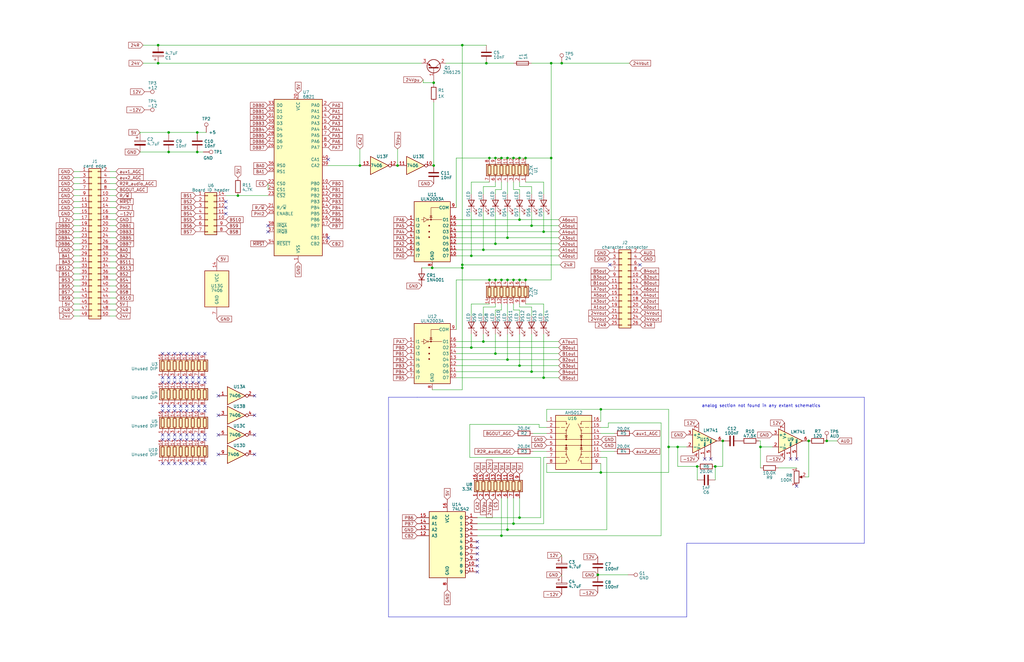
<source format=kicad_sch>
(kicad_sch (version 20230121) (generator eeschema)
  (paper "B")
  (junction (at 229.235 159.385))
  (junction (at 219.075 92.71))
  (junction (at 219.075 218.44))
  (junction (at 151.765 69.85))
  (junction (at 206.375 118.11))
  (junction (at 304.8 186.055))
  (junction (at 301.625 196.85))
  (junction (at 224.155 156.845))
  (junction (at 203.835 105.41))
  (junction (at 213.995 118.11))
  (junction (at 252.095 242.57))
  (junction (at 182.245 113.03))
  (junction (at 294.005 196.85))
  (junction (at 206.375 66.675))
  (junction (at 198.755 146.685))
  (junction (at 211.455 66.675))
  (junction (at 216.535 220.98))
  (junction (at 232.41 66.675))
  (junction (at 216.535 66.675))
  (junction (at 213.995 223.52))
  (junction (at 182.88 34.925))
  (junction (at 83.185 64.135))
  (junction (at 213.995 151.765))
  (junction (at 253.365 172.72))
  (junction (at 167.64 69.85))
  (junction (at 253.365 199.39))
  (junction (at 205.105 26.67))
  (junction (at 320.675 188.595))
  (junction (at 208.915 149.225))
  (junction (at 208.915 66.675))
  (junction (at 71.12 55.88))
  (junction (at 224.155 95.25))
  (junction (at 203.835 144.145))
  (junction (at 232.41 26.67))
  (junction (at 208.915 118.11))
  (junction (at 66.675 26.67))
  (junction (at 219.075 66.675))
  (junction (at 219.075 118.11))
  (junction (at 66.675 19.05))
  (junction (at 182.88 69.85))
  (junction (at 194.945 111.76))
  (junction (at 213.995 66.675))
  (junction (at 285.75 188.595))
  (junction (at 229.235 97.79))
  (junction (at 194.945 19.05))
  (junction (at 194.945 113.03))
  (junction (at 213.995 100.33))
  (junction (at 221.615 66.675))
  (junction (at 100.33 82.55))
  (junction (at 221.615 118.11))
  (junction (at 236.855 26.67))
  (junction (at 211.455 226.06))
  (junction (at 83.185 55.88))
  (junction (at 211.455 118.11))
  (junction (at 216.535 118.11))
  (junction (at 208.915 102.87))
  (junction (at 219.075 154.305))
  (junction (at 348.615 186.055))
  (junction (at 71.12 64.135))
  (junction (at 198.755 107.95))
  (junction (at 340.995 186.055))
  (junction (at 281.94 188.595))
  (no_connect (at 81.28 149.225))
  (no_connect (at 92.075 191.77))
  (no_connect (at 78.74 195.58))
  (no_connect (at 73.66 161.29))
  (no_connect (at 107.315 183.515))
  (no_connect (at 95.25 85.09))
  (no_connect (at 83.82 183.515))
  (no_connect (at 83.82 185.42))
  (no_connect (at 78.74 171.45))
  (no_connect (at 68.58 161.29))
  (no_connect (at 201.295 241.3))
  (no_connect (at 78.74 159.385))
  (no_connect (at 76.2 161.29))
  (no_connect (at 81.28 183.515))
  (no_connect (at 83.82 171.45))
  (no_connect (at 257.175 111.76))
  (no_connect (at 138.43 100.33))
  (no_connect (at 138.43 67.31))
  (no_connect (at 107.315 191.77))
  (no_connect (at 83.82 161.29))
  (no_connect (at 201.295 238.76))
  (no_connect (at 68.58 149.225))
  (no_connect (at 81.28 173.355))
  (no_connect (at 86.36 173.355))
  (no_connect (at 201.295 236.22))
  (no_connect (at 73.66 173.355))
  (no_connect (at 71.12 183.515))
  (no_connect (at 86.36 159.385))
  (no_connect (at 71.12 185.42))
  (no_connect (at 68.58 173.355))
  (no_connect (at 92.075 183.515))
  (no_connect (at 78.74 185.42))
  (no_connect (at 68.58 171.45))
  (no_connect (at 78.74 173.355))
  (no_connect (at 76.2 149.225))
  (no_connect (at 68.58 195.58))
  (no_connect (at 81.28 171.45))
  (no_connect (at 201.295 233.68))
  (no_connect (at 76.2 195.58))
  (no_connect (at 76.2 171.45))
  (no_connect (at 71.12 159.385))
  (no_connect (at 76.2 159.385))
  (no_connect (at 73.66 171.45))
  (no_connect (at 95.25 87.63))
  (no_connect (at 73.66 185.42))
  (no_connect (at 113.03 95.25))
  (no_connect (at 68.58 159.385))
  (no_connect (at 71.12 149.225))
  (no_connect (at 78.74 161.29))
  (no_connect (at 269.875 111.76))
  (no_connect (at 86.36 171.45))
  (no_connect (at 73.66 183.515))
  (no_connect (at 83.82 173.355))
  (no_connect (at 335.915 193.675))
  (no_connect (at 107.315 175.26))
  (no_connect (at 335.915 205.105))
  (no_connect (at 86.36 149.225))
  (no_connect (at 201.295 231.14))
  (no_connect (at 113.03 97.79))
  (no_connect (at 81.28 161.29))
  (no_connect (at 68.58 185.42))
  (no_connect (at 86.36 185.42))
  (no_connect (at 201.295 228.6))
  (no_connect (at 83.82 195.58))
  (no_connect (at 73.66 195.58))
  (no_connect (at 71.12 173.355))
  (no_connect (at 83.82 149.225))
  (no_connect (at 297.18 193.675))
  (no_connect (at 78.74 149.225))
  (no_connect (at 86.36 183.515))
  (no_connect (at 107.315 167.005))
  (no_connect (at 81.28 185.42))
  (no_connect (at 95.25 90.17))
  (no_connect (at 73.66 159.385))
  (no_connect (at 83.82 159.385))
  (no_connect (at 86.36 195.58))
  (no_connect (at 71.12 161.29))
  (no_connect (at 92.075 167.005))
  (no_connect (at 68.58 183.515))
  (no_connect (at 71.12 195.58))
  (no_connect (at 333.375 193.675))
  (no_connect (at 73.66 149.225))
  (no_connect (at 76.2 185.42))
  (no_connect (at 78.74 183.515))
  (no_connect (at 76.2 183.515))
  (no_connect (at 81.28 159.385))
  (no_connect (at 92.075 175.26))
  (no_connect (at 71.12 171.45))
  (no_connect (at 76.2 173.355))
  (no_connect (at 299.72 193.675))
  (no_connect (at 86.36 161.29))
  (no_connect (at 81.28 195.58))
  (wire (pts (xy 211.455 128.27) (xy 211.455 130.81)))
  (wire (pts (xy 198.755 146.685) (xy 198.755 140.97)))
  (wire (pts (xy 301.625 202.565) (xy 301.625 196.85)))
  (wire (pts (xy 48.895 113.03) (xy 46.355 113.03)))
  (wire (pts (xy 48.895 123.19) (xy 46.355 123.19)))
  (polyline (pts (xy 364.49 167.64) (xy 364.49 229.235)))
  (wire (pts (xy 48.895 102.87) (xy 46.355 102.87)))
  (wire (pts (xy 281.94 188.595) (xy 285.75 188.595)))
  (wire (pts (xy 48.895 107.95) (xy 46.355 107.95)))
  (wire (pts (xy 48.895 80.01) (xy 46.355 80.01)))
  (wire (pts (xy 227.33 179.07) (xy 227.33 180.34)))
  (wire (pts (xy 216.535 130.81) (xy 219.075 130.81)))
  (wire (pts (xy 198.755 107.95) (xy 198.755 89.535)))
  (wire (pts (xy 187.96 26.67) (xy 205.105 26.67)))
  (wire (pts (xy 256.54 180.34) (xy 253.365 180.34)))
  (wire (pts (xy 198.755 107.95) (xy 192.405 107.95)))
  (wire (pts (xy 229.235 193.04) (xy 230.505 193.04)))
  (wire (pts (xy 33.655 90.17) (xy 31.115 90.17)))
  (wire (pts (xy 192.405 92.71) (xy 219.075 92.71)))
  (wire (pts (xy 285.75 188.595) (xy 285.75 196.85)))
  (wire (pts (xy 33.655 72.39) (xy 31.115 72.39)))
  (wire (pts (xy 230.505 177.8) (xy 230.505 172.72)))
  (wire (pts (xy 281.94 188.595) (xy 281.94 199.39)))
  (wire (pts (xy 320.675 186.055) (xy 320.675 188.595)))
  (wire (pts (xy 235.585 144.145) (xy 203.835 144.145)))
  (wire (pts (xy 198.755 81.915) (xy 198.755 76.835)))
  (wire (pts (xy 208.915 80.01) (xy 211.455 80.01)))
  (wire (pts (xy 198.755 76.835) (xy 206.375 76.835)))
  (wire (pts (xy 236.855 26.67) (xy 265.43 26.67)))
  (wire (pts (xy 201.295 223.52) (xy 213.995 223.52)))
  (wire (pts (xy 229.235 159.385) (xy 229.235 140.97)))
  (wire (pts (xy 227.965 218.44) (xy 227.965 193.04)))
  (wire (pts (xy 100.33 82.55) (xy 113.03 82.55)))
  (wire (pts (xy 224.155 156.845) (xy 192.405 156.845)))
  (wire (pts (xy 198.755 133.35) (xy 198.755 128.27)))
  (wire (pts (xy 230.505 172.72) (xy 253.365 172.72)))
  (wire (pts (xy 208.915 149.225) (xy 192.405 149.225)))
  (wire (pts (xy 33.655 107.95) (xy 31.115 107.95)))
  (wire (pts (xy 230.505 199.39) (xy 253.365 199.39)))
  (wire (pts (xy 33.655 80.01) (xy 31.115 80.01)))
  (wire (pts (xy 235.585 146.685) (xy 198.755 146.685)))
  (wire (pts (xy 229.235 89.535) (xy 229.235 97.79)))
  (wire (pts (xy 33.655 95.25) (xy 31.115 95.25)))
  (wire (pts (xy 33.655 120.65) (xy 31.115 120.65)))
  (wire (pts (xy 203.835 78.74) (xy 203.835 81.915)))
  (wire (pts (xy 219.075 81.915) (xy 219.075 80.01)))
  (wire (pts (xy 211.455 210.185) (xy 211.455 226.06)))
  (wire (pts (xy 198.12 179.07) (xy 227.33 179.07)))
  (wire (pts (xy 304.8 196.85) (xy 301.625 196.85)))
  (wire (pts (xy 259.08 182.88) (xy 253.365 182.88)))
  (wire (pts (xy 224.155 95.25) (xy 192.405 95.25)))
  (wire (pts (xy 48.895 92.71) (xy 46.355 92.71)))
  (wire (pts (xy 320.675 188.595) (xy 320.675 197.485)))
  (wire (pts (xy 151.765 69.85) (xy 152.4 69.85)))
  (wire (pts (xy 216.535 128.27) (xy 216.535 130.81)))
  (wire (pts (xy 208.915 130.81) (xy 208.915 133.35)))
  (wire (pts (xy 33.655 110.49) (xy 31.115 110.49)))
  (wire (pts (xy 48.895 130.81) (xy 46.355 130.81)))
  (wire (pts (xy 235.585 151.765) (xy 213.995 151.765)))
  (wire (pts (xy 71.12 64.135) (xy 83.185 64.135)))
  (wire (pts (xy 221.615 66.675) (xy 232.41 66.675)))
  (wire (pts (xy 235.585 100.33) (xy 213.995 100.33)))
  (wire (pts (xy 48.895 118.11) (xy 46.355 118.11)))
  (polyline (pts (xy 289.56 260.35) (xy 163.83 260.35)))
  (wire (pts (xy 221.615 128.27) (xy 229.235 128.27)))
  (wire (pts (xy 208.915 129.54) (xy 203.835 129.54)))
  (wire (pts (xy 256.54 178.435) (xy 256.54 180.34)))
  (wire (pts (xy 83.185 55.88) (xy 83.185 56.515)))
  (wire (pts (xy 59.055 64.135) (xy 71.12 64.135)))
  (wire (pts (xy 208.915 66.675) (xy 206.375 66.675)))
  (wire (pts (xy 235.585 154.305) (xy 219.075 154.305)))
  (wire (pts (xy 211.455 130.81) (xy 208.915 130.81)))
  (wire (pts (xy 48.895 125.73) (xy 46.355 125.73)))
  (wire (pts (xy 221.615 76.835) (xy 229.235 76.835)))
  (wire (pts (xy 33.655 85.09) (xy 31.115 85.09)))
  (wire (pts (xy 216.535 210.185) (xy 216.535 220.98)))
  (wire (pts (xy 48.895 74.93) (xy 46.355 74.93)))
  (wire (pts (xy 348.615 186.055) (xy 353.06 186.055)))
  (wire (pts (xy 178.435 33.655) (xy 178.435 34.925)))
  (wire (pts (xy 48.895 115.57) (xy 46.355 115.57)))
  (wire (pts (xy 320.04 186.055) (xy 320.675 186.055)))
  (wire (pts (xy 221.615 66.675) (xy 219.075 66.675)))
  (wire (pts (xy 192.405 118.11) (xy 206.375 118.11)))
  (wire (pts (xy 48.895 95.25) (xy 46.355 95.25)))
  (wire (pts (xy 278.765 226.06) (xy 278.765 178.435)))
  (wire (pts (xy 340.995 186.055) (xy 340.995 201.295)))
  (wire (pts (xy 33.655 87.63) (xy 31.115 87.63)))
  (wire (pts (xy 206.375 118.11) (xy 208.915 118.11)))
  (wire (pts (xy 60.325 19.05) (xy 66.675 19.05)))
  (wire (pts (xy 281.94 172.72) (xy 281.94 188.595)))
  (wire (pts (xy 182.245 113.03) (xy 194.945 113.03)))
  (wire (pts (xy 219.075 89.535) (xy 219.075 92.71)))
  (wire (pts (xy 219.075 92.71) (xy 235.585 92.71)))
  (wire (pts (xy 71.12 55.88) (xy 83.185 55.88)))
  (wire (pts (xy 285.75 188.595) (xy 289.56 188.595)))
  (wire (pts (xy 213.995 151.765) (xy 213.995 140.97)))
  (wire (pts (xy 224.155 95.25) (xy 224.155 89.535)))
  (wire (pts (xy 203.835 105.41) (xy 203.835 89.535)))
  (wire (pts (xy 219.075 129.54) (xy 224.155 129.54)))
  (wire (pts (xy 203.835 133.35) (xy 203.835 129.54)))
  (wire (pts (xy 281.94 199.39) (xy 253.365 199.39)))
  (wire (pts (xy 219.075 154.305) (xy 219.075 140.97)))
  (wire (pts (xy 219.075 66.675) (xy 216.535 66.675)))
  (wire (pts (xy 325.755 188.595) (xy 320.675 188.595)))
  (wire (pts (xy 48.895 72.39) (xy 46.355 72.39)))
  (wire (pts (xy 232.41 26.67) (xy 232.41 66.675)))
  (polyline (pts (xy 175.895 167.64) (xy 364.49 167.64)))
  (wire (pts (xy 235.585 105.41) (xy 203.835 105.41)))
  (wire (pts (xy 178.435 34.925) (xy 182.88 34.925)))
  (wire (pts (xy 192.405 97.79) (xy 229.235 97.79)))
  (wire (pts (xy 194.945 164.465) (xy 194.945 113.03)))
  (polyline (pts (xy 289.56 229.235) (xy 289.56 260.35)))
  (wire (pts (xy 235.585 159.385) (xy 229.235 159.385)))
  (wire (pts (xy 33.655 128.27) (xy 31.115 128.27)))
  (wire (pts (xy 224.155 26.67) (xy 232.41 26.67)))
  (wire (pts (xy 85.725 64.135) (xy 83.185 64.135)))
  (wire (pts (xy 33.655 113.03) (xy 31.115 113.03)))
  (wire (pts (xy 59.055 55.88) (xy 59.055 56.515)))
  (wire (pts (xy 95.25 82.55) (xy 100.33 82.55)))
  (wire (pts (xy 253.365 172.72) (xy 253.365 177.8)))
  (wire (pts (xy 182.88 35.56) (xy 182.88 34.925)))
  (wire (pts (xy 206.375 128.27) (xy 198.755 128.27)))
  (wire (pts (xy 203.835 105.41) (xy 192.405 105.41)))
  (wire (pts (xy 138.43 69.85) (xy 151.765 69.85)))
  (wire (pts (xy 285.75 196.85) (xy 294.005 196.85)))
  (wire (pts (xy 48.895 105.41) (xy 46.355 105.41)))
  (wire (pts (xy 194.945 19.05) (xy 205.105 19.05)))
  (wire (pts (xy 33.655 97.79) (xy 31.115 97.79)))
  (wire (pts (xy 33.655 115.57) (xy 31.115 115.57)))
  (wire (pts (xy 194.945 111.76) (xy 194.945 113.03)))
  (wire (pts (xy 227.965 218.44) (xy 219.075 218.44)))
  (wire (pts (xy 48.895 97.79) (xy 46.355 97.79)))
  (wire (pts (xy 71.12 55.88) (xy 71.12 56.515)))
  (wire (pts (xy 48.895 85.09) (xy 46.355 85.09)))
  (wire (pts (xy 211.455 80.01) (xy 211.455 76.835)))
  (wire (pts (xy 216.535 76.835) (xy 216.535 80.01)))
  (wire (pts (xy 216.535 220.98) (xy 229.235 220.98)))
  (wire (pts (xy 224.79 190.5) (xy 230.505 190.5)))
  (wire (pts (xy 219.075 218.44) (xy 201.295 218.44)))
  (wire (pts (xy 229.235 81.915) (xy 229.235 76.835)))
  (wire (pts (xy 48.895 133.35) (xy 46.355 133.35)))
  (wire (pts (xy 255.905 193.04) (xy 253.365 193.04)))
  (wire (pts (xy 48.895 128.27) (xy 46.355 128.27)))
  (wire (pts (xy 59.055 55.88) (xy 71.12 55.88)))
  (wire (pts (xy 33.655 125.73) (xy 31.115 125.73)))
  (wire (pts (xy 229.235 97.79) (xy 235.585 97.79)))
  (wire (pts (xy 33.655 130.81) (xy 31.115 130.81)))
  (wire (pts (xy 33.655 105.41) (xy 31.115 105.41)))
  (wire (pts (xy 33.655 82.55) (xy 31.115 82.55)))
  (wire (pts (xy 216.535 118.11) (xy 213.995 118.11)))
  (wire (pts (xy 213.995 223.52) (xy 255.905 223.52)))
  (wire (pts (xy 221.615 118.11) (xy 232.41 118.11)))
  (wire (pts (xy 224.155 156.845) (xy 224.155 140.97)))
  (polyline (pts (xy 163.83 215.265) (xy 163.83 260.35)))
  (polyline (pts (xy 163.83 215.265) (xy 163.83 167.64)))
  (wire (pts (xy 182.245 164.465) (xy 194.945 164.465)))
  (wire (pts (xy 208.915 128.27) (xy 208.915 129.54)))
  (wire (pts (xy 192.405 66.675) (xy 192.405 87.63)))
  (wire (pts (xy 224.155 129.54) (xy 224.155 133.35)))
  (wire (pts (xy 264.795 242.57) (xy 252.095 242.57)))
  (wire (pts (xy 48.895 110.49) (xy 46.355 110.49)))
  (wire (pts (xy 198.12 193.04) (xy 198.12 179.07)))
  (wire (pts (xy 86.995 55.88) (xy 83.185 55.88)))
  (wire (pts (xy 224.79 182.88) (xy 230.505 182.88)))
  (wire (pts (xy 232.41 66.675) (xy 232.41 118.11)))
  (wire (pts (xy 219.075 76.835) (xy 219.075 78.74)))
  (wire (pts (xy 208.915 78.74) (xy 203.835 78.74)))
  (wire (pts (xy 235.585 149.225) (xy 208.915 149.225)))
  (wire (pts (xy 33.655 100.33) (xy 31.115 100.33)))
  (wire (pts (xy 33.655 74.93) (xy 31.115 74.93)))
  (wire (pts (xy 60.325 26.67) (xy 66.675 26.67)))
  (wire (pts (xy 294.005 202.565) (xy 294.005 196.85)))
  (wire (pts (xy 216.535 80.01) (xy 219.075 80.01)))
  (wire (pts (xy 208.915 149.225) (xy 208.915 140.97)))
  (wire (pts (xy 213.995 210.185) (xy 213.995 223.52)))
  (wire (pts (xy 192.405 118.11) (xy 192.405 139.065)))
  (wire (pts (xy 213.995 151.765) (xy 192.405 151.765)))
  (wire (pts (xy 219.075 78.74) (xy 224.155 78.74)))
  (wire (pts (xy 48.895 100.33) (xy 46.355 100.33)))
  (wire (pts (xy 235.585 156.845) (xy 224.155 156.845)))
  (wire (pts (xy 48.895 90.17) (xy 46.355 90.17)))
  (wire (pts (xy 213.995 100.33) (xy 213.995 89.535)))
  (wire (pts (xy 219.075 210.185) (xy 219.075 218.44)))
  (wire (pts (xy 213.995 66.675) (xy 216.535 66.675)))
  (wire (pts (xy 253.365 199.39) (xy 253.365 195.58)))
  (wire (pts (xy 259.08 190.5) (xy 253.365 190.5)))
  (wire (pts (xy 278.765 178.435) (xy 256.54 178.435)))
  (wire (pts (xy 33.655 77.47) (xy 31.115 77.47)))
  (wire (pts (xy 219.075 154.305) (xy 192.405 154.305)))
  (wire (pts (xy 177.8 113.03) (xy 182.245 113.03)))
  (wire (pts (xy 304.8 186.055) (xy 304.8 196.85)))
  (wire (pts (xy 213.995 118.11) (xy 211.455 118.11)))
  (wire (pts (xy 227.33 180.34) (xy 230.505 180.34)))
  (wire (pts (xy 227.965 193.04) (xy 198.12 193.04)))
  (wire (pts (xy 48.895 77.47) (xy 46.355 77.47)))
  (wire (pts (xy 229.235 193.04) (xy 229.235 220.98)))
  (wire (pts (xy 232.41 26.67) (xy 236.855 26.67)))
  (wire (pts (xy 213.995 81.915) (xy 213.995 76.835)))
  (wire (pts (xy 113.03 77.47) (xy 113.03 80.01)))
  (wire (pts (xy 201.295 220.98) (xy 216.535 220.98)))
  (wire (pts (xy 206.375 66.675) (xy 192.405 66.675)))
  (wire (pts (xy 208.915 78.74) (xy 208.915 76.835)))
  (wire (pts (xy 151.765 62.865) (xy 151.765 69.85)))
  (wire (pts (xy 33.655 92.71) (xy 31.115 92.71)))
  (wire (pts (xy 211.455 66.675) (xy 208.915 66.675)))
  (wire (pts (xy 219.075 118.11) (xy 216.535 118.11)))
  (wire (pts (xy 33.655 102.87) (xy 31.115 102.87)))
  (wire (pts (xy 48.895 87.63) (xy 46.355 87.63)))
  (wire (pts (xy 48.895 82.55) (xy 46.355 82.55)))
  (wire (pts (xy 236.855 243.205) (xy 236.855 242.57)))
  (wire (pts (xy 198.755 146.685) (xy 192.405 146.685)))
  (wire (pts (xy 211.455 226.06) (xy 278.765 226.06)))
  (wire (pts (xy 66.675 26.67) (xy 177.8 26.67)))
  (wire (pts (xy 208.915 102.87) (xy 192.405 102.87)))
  (wire (pts (xy 203.835 144.145) (xy 203.835 140.97)))
  (wire (pts (xy 33.655 118.11) (xy 31.115 118.11)))
  (wire (pts (xy 236.855 234.315) (xy 236.855 234.95)))
  (wire (pts (xy 219.075 130.81) (xy 219.075 133.35)))
  (wire (pts (xy 194.945 19.05) (xy 194.945 111.76)))
  (wire (pts (xy 229.235 128.27) (xy 229.235 133.35)))
  (wire (pts (xy 201.295 226.06) (xy 211.455 226.06)))
  (wire (pts (xy 235.585 107.95) (xy 198.755 107.95)))
  (wire (pts (xy 66.675 19.05) (xy 194.945 19.05)))
  (wire (pts (xy 213.995 100.33) (xy 192.405 100.33)))
  (wire (pts (xy 235.585 95.25) (xy 224.155 95.25)))
  (wire (pts (xy 229.235 159.385) (xy 192.405 159.385)))
  (wire (pts (xy 328.295 197.485) (xy 335.915 197.485)))
  (wire (pts (xy 219.075 128.27) (xy 219.075 129.54)))
  (wire (pts (xy 235.585 102.87) (xy 208.915 102.87)))
  (wire (pts (xy 167.64 62.865) (xy 167.64 69.85)))
  (wire (pts (xy 208.915 102.87) (xy 208.915 89.535)))
  (polyline (pts (xy 364.49 229.235) (xy 289.56 229.235)))
  (wire (pts (xy 182.88 43.18) (xy 182.88 69.85)))
  (wire (pts (xy 216.535 26.67) (xy 205.105 26.67)))
  (wire (pts (xy 182.88 34.925) (xy 182.88 34.29)))
  (wire (pts (xy 339.725 201.295) (xy 340.995 201.295)))
  (wire (pts (xy 255.905 223.52) (xy 255.905 193.04)))
  (wire (pts (xy 236.22 111.76) (xy 194.945 111.76)))
  (wire (pts (xy 211.455 118.11) (xy 208.915 118.11)))
  (polyline (pts (xy 163.83 167.64) (xy 175.895 167.64)))
  (wire (pts (xy 253.365 172.72) (xy 281.94 172.72)))
  (wire (pts (xy 203.835 144.145) (xy 192.405 144.145)))
  (wire (pts (xy 208.915 81.915) (xy 208.915 80.01)))
  (wire (pts (xy 211.455 66.675) (xy 213.995 66.675)))
  (wire (pts (xy 230.505 195.58) (xy 230.505 199.39)))
  (wire (pts (xy 33.655 123.19) (xy 31.115 123.19)))
  (wire (pts (xy 48.895 120.65) (xy 46.355 120.65)))
  (wire (pts (xy 33.655 133.35) (xy 31.115 133.35)))
  (wire (pts (xy 221.615 118.11) (xy 219.075 118.11)))
  (wire (pts (xy 213.995 133.35) (xy 213.995 128.27)))
  (wire (pts (xy 224.155 78.74) (xy 224.155 81.915)))
  (text "analog section not found in any extant schematics" (at 295.91 172.085 0) (effects (font (size 1.27 1.27)) (justify left bottom)))
  (global_label "aux1_AGC" (shape input) (at 48.895 72.39 0) (property "Intersheetrefs" "${INTERSHEET_REFS}" (effects hide)))
  (global_label "GND" (shape input) (at 325.755 183.515 180) (property "Intersheetrefs" "${INTERSHEET_REFS}" (effects hide)))
  (global_label "5V" (shape input) (at 211.455 200.025 90) (property "Intersheetrefs" "${INTERSHEET_REFS}" (effects hide)))
  (global_label "BS2" (shape input) (at 82.55 85.09 180) (property "Intersheetrefs" "${INTERSHEET_REFS}" (effects hide)))
  (global_label "PA4" (shape input) (at 172.085 97.79 180) (property "Intersheetrefs" "${INTERSHEET_REFS}" (effects hide)))
  (global_label "DBB6" (shape input) (at 113.03 59.69 180) (property "Intersheetrefs" "${INTERSHEET_REFS}" (effects hide)))
  (global_label "GND" (shape input) (at 177.8 120.65 180) (property "Intersheetrefs" "${INTERSHEET_REFS}" (effects hide)))
  (global_label "12V" (shape input) (at 294.64 178.435 180) (property "Intersheetrefs" "${INTERSHEET_REFS}" (effects hide)))
  (global_label "GND" (shape input) (at 31.115 80.01 180) (property "Intersheetrefs" "${INTERSHEET_REFS}" (effects hide)))
  (global_label "CS" (shape input) (at 208.915 210.185 270) (property "Intersheetrefs" "${INTERSHEET_REFS}" (effects hide)))
  (global_label "aux2_AGC" (shape input) (at 48.895 74.93 0) (property "Intersheetrefs" "${INTERSHEET_REFS}" (effects hide)))
  (global_label "PA7" (shape input) (at 138.43 62.23 0) (property "Intersheetrefs" "${INTERSHEET_REFS}" (effects hide)))
  (global_label "PHI2" (shape input) (at 113.03 90.17 180) (property "Intersheetrefs" "${INTERSHEET_REFS}" (effects hide)))
  (global_label "DBB3" (shape input) (at 113.03 52.07 180) (property "Intersheetrefs" "${INTERSHEET_REFS}" (effects hide)))
  (global_label "BA1" (shape input) (at 113.03 72.39 180) (property "Intersheetrefs" "${INTERSHEET_REFS}" (effects hide)))
  (global_label "24V" (shape input) (at 48.895 133.35 0) (property "Intersheetrefs" "${INTERSHEET_REFS}" (effects hide)))
  (global_label "DBB2" (shape input) (at 113.03 49.53 180) (property "Intersheetrefs" "${INTERSHEET_REFS}" (effects hide)))
  (global_label "PB7" (shape input) (at 175.895 220.98 180) (property "Intersheetrefs" "${INTERSHEET_REFS}" (effects hide)))
  (global_label "BA2" (shape input) (at 48.895 107.95 0) (property "Intersheetrefs" "${INTERSHEET_REFS}" (effects hide)))
  (global_label "BS2" (shape input) (at 48.895 115.57 0) (property "Intersheetrefs" "${INTERSHEET_REFS}" (effects hide)))
  (global_label "GND" (shape input) (at 269.875 109.22 0) (property "Intersheetrefs" "${INTERSHEET_REFS}" (effects hide)))
  (global_label "DBB5" (shape input) (at 113.03 57.15 180) (property "Intersheetrefs" "${INTERSHEET_REFS}" (effects hide)))
  (global_label "5V" (shape input) (at 91.44 109.22 0) (property "Intersheetrefs" "${INTERSHEET_REFS}" (effects hide)))
  (global_label "BS8" (shape input) (at 95.25 97.79 0) (property "Intersheetrefs" "${INTERSHEET_REFS}" (effects hide)))
  (global_label "AUD" (shape input) (at 269.875 106.68 0) (property "Intersheetrefs" "${INTERSHEET_REFS}" (effects hide)))
  (global_label "BA3" (shape input) (at 31.115 110.49 180) (property "Intersheetrefs" "${INTERSHEET_REFS}" (effects hide)))
  (global_label "GND" (shape input) (at 59.055 64.135 180) (property "Intersheetrefs" "${INTERSHEET_REFS}" (effects hide)))
  (global_label "24R" (shape input) (at 236.22 111.76 0) (property "Intersheetrefs" "${INTERSHEET_REFS}" (effects hide)))
  (global_label "PA2" (shape input) (at 138.43 49.53 0) (property "Intersheetrefs" "${INTERSHEET_REFS}" (effects hide)))
  (global_label "GND" (shape input) (at 175.895 223.52 180) (property "Intersheetrefs" "${INTERSHEET_REFS}" (effects hide)))
  (global_label "DBB0" (shape input) (at 113.03 44.45 180) (property "Intersheetrefs" "${INTERSHEET_REFS}" (effects hide)))
  (global_label "GND" (shape input) (at 253.365 185.42 0) (property "Intersheetrefs" "${INTERSHEET_REFS}" (effects hide)))
  (global_label "A6out" (shape input) (at 235.585 92.71 0) (property "Intersheetrefs" "${INTERSHEET_REFS}" (effects hide)))
  (global_label "PA3" (shape input) (at 172.085 100.33 180) (property "Intersheetrefs" "${INTERSHEET_REFS}" (effects hide)))
  (global_label "BS4" (shape input) (at 48.895 118.11 0) (property "Intersheetrefs" "${INTERSHEET_REFS}" (effects hide)))
  (global_label "GND" (shape input) (at 253.365 187.96 0) (property "Intersheetrefs" "${INTERSHEET_REFS}" (effects hide)))
  (global_label "PA0" (shape input) (at 138.43 44.45 0) (property "Intersheetrefs" "${INTERSHEET_REFS}" (effects hide)))
  (global_label "~{MRST}" (shape input) (at 113.03 102.87 180) (property "Intersheetrefs" "${INTERSHEET_REFS}" (effects hide)))
  (global_label "GND" (shape input) (at 31.115 82.55 180) (property "Intersheetrefs" "${INTERSHEET_REFS}" (effects hide)))
  (global_label "5V" (shape input) (at 31.115 128.27 180) (property "Intersheetrefs" "${INTERSHEET_REFS}" (effects hide)))
  (global_label "A5out" (shape input) (at 257.175 124.46 180) (property "Intersheetrefs" "${INTERSHEET_REFS}" (effects hide)))
  (global_label "PA7" (shape input) (at 172.085 144.145 180) (property "Intersheetrefs" "${INTERSHEET_REFS}" (effects hide)))
  (global_label "DBB7" (shape input) (at 48.895 102.87 0) (property "Intersheetrefs" "${INTERSHEET_REFS}" (effects hide)))
  (global_label "5V" (shape input) (at 216.535 200.025 90) (property "Intersheetrefs" "${INTERSHEET_REFS}" (effects hide)))
  (global_label "PA0" (shape input) (at 172.085 107.95 180) (property "Intersheetrefs" "${INTERSHEET_REFS}" (effects hide)))
  (global_label "24R" (shape input) (at 269.875 137.16 0) (property "Intersheetrefs" "${INTERSHEET_REFS}" (effects hide)))
  (global_label "DBB1" (shape input) (at 48.895 95.25 0) (property "Intersheetrefs" "${INTERSHEET_REFS}" (effects hide)))
  (global_label "PB3" (shape input) (at 172.085 154.305 180) (property "Intersheetrefs" "${INTERSHEET_REFS}" (effects hide)))
  (global_label "24Vout" (shape input) (at 269.875 134.62 0) (property "Intersheetrefs" "${INTERSHEET_REFS}" (effects hide)))
  (global_label "PB5" (shape input) (at 172.085 159.385 180) (property "Intersheetrefs" "${INTERSHEET_REFS}" (effects hide)))
  (global_label "PB6" (shape input) (at 138.43 92.71 0) (property "Intersheetrefs" "${INTERSHEET_REFS}" (effects hide)))
  (global_label "BS1" (shape input) (at 31.115 115.57 180) (property "Intersheetrefs" "${INTERSHEET_REFS}" (effects hide)))
  (global_label "PA4" (shape input) (at 138.43 54.61 0) (property "Intersheetrefs" "${INTERSHEET_REFS}" (effects hide)))
  (global_label "-12V" (shape input) (at 60.96 46.355 180) (property "Intersheetrefs" "${INTERSHEET_REFS}" (effects hide)))
  (global_label "PA6" (shape input) (at 138.43 59.69 0) (property "Intersheetrefs" "${INTERSHEET_REFS}" (effects hide)))
  (global_label "BS5" (shape input) (at 31.115 120.65 180) (property "Intersheetrefs" "${INTERSHEET_REFS}" (effects hide)))
  (global_label "GND" (shape input) (at 31.115 85.09 180) (property "Intersheetrefs" "${INTERSHEET_REFS}" (effects hide)))
  (global_label "DBB4" (shape input) (at 113.03 54.61 180) (property "Intersheetrefs" "${INTERSHEET_REFS}" (effects hide)))
  (global_label "24Vout" (shape input) (at 257.175 134.62 180) (property "Intersheetrefs" "${INTERSHEET_REFS}" (effects hide)))
  (global_label "A5out" (shape input) (at 235.585 95.25 0) (property "Intersheetrefs" "${INTERSHEET_REFS}" (effects hide)))
  (global_label "GND" (shape input) (at 257.175 106.68 180) (property "Intersheetrefs" "${INTERSHEET_REFS}" (effects hide)))
  (global_label "BS6" (shape input) (at 82.55 95.25 180) (property "Intersheetrefs" "${INTERSHEET_REFS}" (effects hide)))
  (global_label "BGOUT_AGC" (shape input) (at 48.895 80.01 0) (property "Intersheetrefs" "${INTERSHEET_REFS}" (effects hide)))
  (global_label "A2out" (shape input) (at 269.875 127 0) (property "Intersheetrefs" "${INTERSHEET_REFS}" (effects hide)))
  (global_label "PHI2" (shape input) (at 48.895 87.63 0) (property "Intersheetrefs" "${INTERSHEET_REFS}" (effects hide)))
  (global_label "GND" (shape input) (at 31.115 77.47 180) (property "Intersheetrefs" "${INTERSHEET_REFS}" (effects hide)))
  (global_label "24Vout" (shape input) (at 269.875 132.08 0) (property "Intersheetrefs" "${INTERSHEET_REFS}" (effects hide)))
  (global_label "24V" (shape input) (at 31.115 133.35 180) (property "Intersheetrefs" "${INTERSHEET_REFS}" (effects hide)))
  (global_label "B0out" (shape input) (at 269.875 119.38 0) (property "Intersheetrefs" "${INTERSHEET_REFS}" (effects hide)))
  (global_label "A2out" (shape input) (at 235.585 102.87 0) (property "Intersheetrefs" "${INTERSHEET_REFS}" (effects hide)))
  (global_label "B5out" (shape input) (at 235.585 159.385 0) (property "Intersheetrefs" "${INTERSHEET_REFS}" (effects hide)))
  (global_label "5V" (shape input) (at 208.915 200.025 90) (property "Intersheetrefs" "${INTERSHEET_REFS}" (effects hide)))
  (global_label "B4out" (shape input) (at 235.585 156.845 0) (property "Intersheetrefs" "${INTERSHEET_REFS}" (effects hide)))
  (global_label "5V" (shape input) (at 203.835 200.025 90) (property "Intersheetrefs" "${INTERSHEET_REFS}" (effects hide)))
  (global_label "-12V" (shape input) (at 252.095 250.19 180) (property "Intersheetrefs" "${INTERSHEET_REFS}" (effects hide)))
  (global_label "AUD" (shape input) (at 353.06 186.055 0) (property "Intersheetrefs" "${INTERSHEET_REFS}" (effects hide)))
  (global_label "12V" (shape input) (at 252.095 234.95 180) (property "Intersheetrefs" "${INTERSHEET_REFS}" (effects hide)))
  (global_label "B3out" (shape input) (at 257.175 116.84 180) (property "Intersheetrefs" "${INTERSHEET_REFS}" (effects hide)))
  (global_label "PB7" (shape input) (at 138.43 95.25 0) (property "Intersheetrefs" "${INTERSHEET_REFS}" (effects hide)))
  (global_label "PB4" (shape input) (at 138.43 87.63 0) (property "Intersheetrefs" "${INTERSHEET_REFS}" (effects hide)))
  (global_label "CA2" (shape input) (at 151.765 62.865 90) (property "Intersheetrefs" "${INTERSHEET_REFS}" (effects hide)))
  (global_label "PB6" (shape input) (at 175.895 218.44 180) (property "Intersheetrefs" "${INTERSHEET_REFS}" (effects hide)))
  (global_label "12V" (shape input) (at 60.96 38.735 180) (property "Intersheetrefs" "${INTERSHEET_REFS}" (effects hide)))
  (global_label "R{slash}~{W}" (shape input) (at 48.895 82.55 0) (property "Intersheetrefs" "${INTERSHEET_REFS}" (effects hide)))
  (global_label "GND" (shape input) (at 31.115 105.41 180) (property "Intersheetrefs" "${INTERSHEET_REFS}" (effects hide)))
  (global_label "DBB2" (shape input) (at 31.115 97.79 180) (property "Intersheetrefs" "${INTERSHEET_REFS}" (effects hide)))
  (global_label "24Vout" (shape input) (at 257.175 132.08 180) (property "Intersheetrefs" "${INTERSHEET_REFS}" (effects hide)))
  (global_label "BS3" (shape input) (at 31.115 118.11 180) (property "Intersheetrefs" "${INTERSHEET_REFS}" (effects hide)))
  (global_label "GND" (shape input) (at 252.095 242.57 180) (property "Intersheetrefs" "${INTERSHEET_REFS}" (effects hide)))
  (global_label "R2R_audio_AGC" (shape input) (at 217.17 190.5 180) (property "Intersheetrefs" "${INTERSHEET_REFS}" (effects hide)))
  (global_label "BA0" (shape input) (at 48.895 105.41 0) (property "Intersheetrefs" "${INTERSHEET_REFS}" (effects hide)))
  (global_label "GND" (shape input) (at 188.595 248.92 270) (property "Intersheetrefs" "${INTERSHEET_REFS}" (effects hide)))
  (global_label "24Vpu" (shape input) (at 178.435 33.655 180) (property "Intersheetrefs" "${INTERSHEET_REFS}" (effects hide)))
  (global_label "24V" (shape input) (at 60.325 26.67 180) (property "Intersheetrefs" "${INTERSHEET_REFS}" (effects hide)))
  (global_label "PB2" (shape input) (at 172.085 151.765 180) (property "Intersheetrefs" "${INTERSHEET_REFS}" (effects hide)))
  (global_label "GND" (shape input) (at 230.505 187.96 180) (property "Intersheetrefs" "${INTERSHEET_REFS}" (effects hide)))
  (global_label "24Vout" (shape input) (at 265.43 26.67 0) (property "Intersheetrefs" "${INTERSHEET_REFS}" (effects hide)))
  (global_label "5V" (shape input) (at 125.73 39.37 90) (property "Intersheetrefs" "${INTERSHEET_REFS}" (effects hide)))
  (global_label "BS11" (shape input) (at 48.895 110.49 0) (property "Intersheetrefs" "${INTERSHEET_REFS}" (effects hide)))
  (global_label "B3out" (shape input) (at 235.585 154.305 0) (property "Intersheetrefs" "${INTERSHEET_REFS}" (effects hide)))
  (global_label "A3out" (shape input) (at 235.585 100.33 0) (property "Intersheetrefs" "${INTERSHEET_REFS}" (effects hide)))
  (global_label "BA1" (shape input) (at 31.115 107.95 180) (property "Intersheetrefs" "${INTERSHEET_REFS}" (effects hide)))
  (global_label "PB4" (shape input) (at 172.085 156.845 180) (property "Intersheetrefs" "${INTERSHEET_REFS}" (effects hide)))
  (global_label "DBB4" (shape input) (at 31.115 100.33 180) (property "Intersheetrefs" "${INTERSHEET_REFS}" (effects hide)))
  (global_label "PA1" (shape input) (at 138.43 46.99 0) (property "Intersheetrefs" "${INTERSHEET_REFS}" (effects hide)))
  (global_label "BS13" (shape input) (at 48.895 113.03 0) (property "Intersheetrefs" "${INTERSHEET_REFS}" (effects hide)))
  (global_label "aux2_AGC" (shape input) (at 266.7 190.5 0) (property "Intersheetrefs" "${INTERSHEET_REFS}" (effects hide)))
  (global_label "A0out" (shape input) (at 269.875 129.54 0) (property "Intersheetrefs" "${INTERSHEET_REFS}" (effects hide)))
  (global_label "5V" (shape input) (at 188.595 210.82 90) (property "Intersheetrefs" "${INTERSHEET_REFS}" (effects hide)))
  (global_label "BS4" (shape input) (at 82.55 90.17 180) (property "Intersheetrefs" "${INTERSHEET_REFS}" (effects hide)))
  (global_label "CB2" (shape input) (at 175.895 226.06 180) (property "Intersheetrefs" "${INTERSHEET_REFS}" (effects hide)))
  (global_label "GND" (shape input) (at 31.115 74.93 180) (property "Intersheetrefs" "${INTERSHEET_REFS}" (effects hide)))
  (global_label "12V" (shape input) (at 236.855 234.315 180) (property "Intersheetrefs" "${INTERSHEET_REFS}" (effects hide)))
  (global_label "GND" (shape input) (at 48.895 92.71 0) (property "Intersheetrefs" "${INTERSHEET_REFS}" (effects hide)))
  (global_label "~{MRST}" (shape input) (at 48.895 85.09 0) (property "Intersheetrefs" "${INTERSHEET_REFS}" (effects hide)))
  (global_label "CS" (shape input) (at 113.03 77.47 180) (property "Intersheetrefs" "${INTERSHEET_REFS}" (effects hide)))
  (global_label "GND" (shape input) (at 125.73 110.49 270) (property "Intersheetrefs" "${INTERSHEET_REFS}" (effects hide)))
  (global_label "24R" (shape input) (at 257.175 137.16 180) (property "Intersheetrefs" "${INTERSHEET_REFS}" (effects hide)))
  (global_label "A6out" (shape input) (at 269.875 121.92 0) (property "Intersheetrefs" "${INTERSHEET_REFS}" (effects hide)))
  (global_label "PA5" (shape input) (at 172.085 95.25 180) (property "Intersheetrefs" "${INTERSHEET_REFS}" (effects hide)))
  (global_label "B4out" (shape input) (at 269.875 114.3 0) (property "Intersheetrefs" "${INTERSHEET_REFS}" (effects hide)))
  (global_label "A1out" (shape input) (at 257.175 129.54 180) (property "Intersheetrefs" "${INTERSHEET_REFS}" (effects hide)))
  (global_label "24R" (shape input) (at 60.325 19.05 180) (property "Intersheetrefs" "${INTERSHEET_REFS}" (effects hide)))
  (global_label "A7out" (shape input) (at 235.585 144.145 0) (property "Intersheetrefs" "${INTERSHEET_REFS}" (effects hide)))
  (global_label "PB2" (shape input) (at 138.43 82.55 0) (property "Intersheetrefs" "${INTERSHEET_REFS}" (effects hide)))
  (global_label "PB1" (shape input) (at 172.085 149.225 180) (property "Intersheetrefs" "${INTERSHEET_REFS}" (effects hide)))
  (global_label "B1out" (shape input) (at 235.585 149.225 0) (property "Intersheetrefs" "${INTERSHEET_REFS}" (effects hide)))
  (global_label "BGOUT_AGC" (shape input) (at 217.17 182.88 180) (property "Intersheetrefs" "${INTERSHEET_REFS}" (effects hide)))
  (global_label "PB0" (shape input) (at 138.43 77.47 0) (property "Intersheetrefs" "${INTERSHEET_REFS}" (effects hide)))
  (global_label "5V" (shape input) (at 59.055 55.88 180) (property "Intersheetrefs" "${INTERSHEET_REFS}" (effects hide)))
  (global_label "BS3" (shape input) (at 82.55 87.63 180) (property "Intersheetrefs" "${INTERSHEET_REFS}" (effects hide)))
  (global_label "PA5" (shape input) (at 138.43 57.15 0) (property "Intersheetrefs" "${INTERSHEET_REFS}" (effects hide)))
  (global_label "GND" (shape input) (at 31.115 87.63 180) (property "Intersheetrefs" "${INTERSHEET_REFS}" (effects hide)))
  (global_label "BS6" (shape input) (at 48.895 120.65 0) (property "Intersheetrefs" "${INTERSHEET_REFS}" (effects hide)))
  (global_label "DBB0" (shape input) (at 31.115 95.25 180) (property "Intersheetrefs" "${INTERSHEET_REFS}" (effects hide)))
  (global_label "B5out" (shape input) (at 257.175 114.3 180) (property "Intersheetrefs" "${INTERSHEET_REFS}" (effects hide)))
  (global_label "PB5" (shape input) (at 138.43 90.17 0) (property "Intersheetrefs" "${INTERSHEET_REFS}" (effects hide)))
  (global_label "BS12" (shape input) (at 31.115 113.03 180) (property "Intersheetrefs" "${INTERSHEET_REFS}" (effects hide)))
  (global_label "BA0" (shape input) (at 113.03 69.85 180) (property "Intersheetrefs" "${INTERSHEET_REFS}" (effects hide)))
  (global_label "B1out" (shape input) (at 257.175 119.38 180) (property "Intersheetrefs" "${INTERSHEET_REFS}" (effects hide)))
  (global_label "GND" (shape input) (at 31.115 72.39 180) (property "Intersheetrefs" "${INTERSHEET_REFS}" (effects hide)))
  (global_label "-12V" (shape input) (at 48.895 90.17 0) (property "Intersheetrefs" "${INTERSHEET_REFS}" (effects hide)))
  (global_label "5V" (shape input) (at 100.33 74.93 90) (property "Intersheetrefs" "${INTERSHEET_REFS}" (effects hide)))
  (global_label "CA2" (shape input) (at 201.295 210.185 270) (property "Intersheetrefs" "${INTERSHEET_REFS}" (effects hide)))
  (global_label "GND" (shape input) (at 289.56 183.515 180) (property "Intersheetrefs" "${INTERSHEET_REFS}" (effects hide)))
  (global_label "BS5" (shape input) (at 82.55 92.71 180) (property "Intersheetrefs" "${INTERSHEET_REFS}" (effects hide)))
  (global_label "BS1" (shape input) (at 82.55 82.55 180) (property "Intersheetrefs" "${INTERSHEET_REFS}" (effects hide)))
  (global_label "BS9" (shape input) (at 95.25 95.25 0) (property "Intersheetrefs" "${INTERSHEET_REFS}" (effects hide)))
  (global_label "BS10" (shape input) (at 95.25 92.71 0) (property "Intersheetrefs" "${INTERSHEET_REFS}" (effects hide)))
  (global_label "PA6" (shape input) (at 172.085 92.71 180) (property "Intersheetrefs" "${INTERSHEET_REFS}" (effects hide)))
  (global_label "-12V" (shape input) (at 330.835 193.675 180) (property "Intersheetrefs" "${INTERSHEET_REFS}" (effects hide)))
  (global_label "DBB7" (shape input) (at 113.03 62.23 180) (property "Intersheetrefs" "${INTERSHEET_REFS}" (effects hide)))
  (global_label "PA3" (shape input) (at 138.43 52.07 0) (property "Intersheetrefs" "${INTERSHEET_REFS}" (effects hide)))
  (global_label "5V" (shape input) (at 213.995 200.025 90) (property "Intersheetrefs" "${INTERSHEET_REFS}" (effects hide)))
  (global_label "B2out" (shape input) (at 269.875 116.84 0) (property "Intersheetrefs" "${INTERSHEET_REFS}" (effects hide)))
  (global_label "GND" (shape input) (at 230.505 185.42 180) (property "Intersheetrefs" "${INTERSHEET_REFS}" (effects hide)))
  (global_label "BS10" (shape input) (at 48.895 125.73 0) (property "Intersheetrefs" "${INTERSHEET_REFS}" (effects hide)))
  (global_label "GND" (shape input) (at 257.175 109.22 180) (property "Intersheetrefs" "${INTERSHEET_REFS}" (effects hide)))
  (global_label "DBB6" (shape input) (at 31.115 102.87 180) (property "Intersheetrefs" "${INTERSHEET_REFS}" (effects hide)))
  (global_label "24V" (shape input) (at 206.375 200.025 90) (property "Intersheetrefs" "${INTERSHEET_REFS}" (effects hide)))
  (global_label "5Vpu" (shape input) (at 203.835 210.185 270) (property "Intersheetrefs" "${INTERSHEET_REFS}" (effects hide)))
  (global_label "GND" (shape input) (at 236.855 242.57 180) (property "Intersheetrefs" "${INTERSHEET_REFS}" (effects hide)))
  (global_label "PB1" (shape input) (at 138.43 80.01 0) (property "Intersheetrefs" "${INTERSHEET_REFS}" (effects hide)))
  (global_label "24R" (shape input) (at 48.895 130.81 0) (property "Intersheetrefs" "${INTERSHEET_REFS}" (effects hide)))
  (global_label "GND" (shape input) (at 182.88 77.47 180) (property "Intersheetrefs" "${INTERSHEET_REFS}" (effects hide)))
  (global_label "A4out" (shape input) (at 235.585 97.79 0) (property "Intersheetrefs" "${INTERSHEET_REFS}" (effects hide)))
  (global_label "PA2" (shape input) (at 172.085 102.87 180) (property "Intersheetrefs" "${INTERSHEET_REFS}" (effects hide)))
  (global_label "5V" (shape input) (at 48.895 128.27 0) (property "Intersheetrefs" "${INTERSHEET_REFS}" (effects hide)))
  (global_label "5Vpu" (shape input) (at 167.64 62.865 90) (property "Intersheetrefs" "${INTERSHEET_REFS}" (effects hide)))
  (global_label "24R" (shape input) (at 31.115 130.81 180) (property "Intersheetrefs" "${INTERSHEET_REFS}" (effects hide)))
  (global_label "DBB3" (shape input) (at 48.895 97.79 0) (property "Intersheetrefs" "${INTERSHEET_REFS}" (effects hide)))
  (global_label "DBB1" (shape input) (at 113.03 46.99 180) (property "Intersheetrefs" "${INTERSHEET_REFS}" (effects hide)))
  (global_label "-12V" (shape input) (at 294.64 193.675 180) (property "Intersheetrefs" "${INTERSHEET_REFS}" (effects hide)))
  (global_label "A7out" (shape input) (at 257.175 121.92 180) (property "Intersheetrefs" "${INTERSHEET_REFS}" (effects hide)))
  (global_label "PB3" (shape input) (at 138.43 85.09 0) (property "Intersheetrefs" "${INTERSHEET_REFS}" (effects hide)))
  (global_label "GND" (shape input) (at 31.115 90.17 180) (property "Intersheetrefs" "${INTERSHEET_REFS}" (effects hide)))
  (global_label "A4out" (shape input) (at 269.875 124.46 0) (property "Intersheetrefs" "${INTERSHEET_REFS}" (effects hide)))
  (global_label "BS9" (shape input) (at 31.115 125.73 180) (property "Intersheetrefs" "${INTERSHEET_REFS}" (effects hide)))
  (global_label "B0out" (shape input) (at 235.585 146.685 0) (property "Intersheetrefs" "${INTERSHEET_REFS}" (effects hide)))
  (global_label "5V" (shape input) (at 201.295 200.025 90) (property "Intersheetrefs" "${INTERSHEET_REFS}" (effects hide)))
  (global_label "A1out" (shape input) (at 235.585 105.41 0) (property "Intersheetrefs" "${INTERSHEET_REFS}" (effects hide)))
  (global_label "A0out" (shape input) (at 235.585 107.95 0) (property "Intersheetrefs" "${INTERSHEET_REFS}" (effects hide)))
  (global_label "24Vpu" (shape input) (at 206.375 210.185 270) (property "Intersheetrefs" "${INTERSHEET_REFS}" (effects hide)))
  (global_label "12V" (shape input) (at 330.835 178.435 180) (property "Intersheetrefs" "${INTERSHEET_REFS}" (effects hide)))
  (global_label "BS8" (shape input) (at 48.895 123.19 0) (property "Intersheetrefs" "${INTERSHEET_REFS}" (effects hide)))
  (global_label "5V" (shape input) (at 219.075 200.025 90) (property "Intersheetrefs" "${INTERSHEET_REFS}" (effects hide)))
  (global_label "BS7" (shape input) (at 82.55 97.79 180) (property "Intersheetrefs" "${INTERSHEET_REFS}" (effects hide)))
  (global_label "12V" (shape input) (at 31.115 92.71 180) (property "Intersheetrefs" "${INTERSHEET_REFS}" (effects hide)))
  (global_label "aux1_AGC" (shape input) (at 266.7 182.88 0) (property "Intersheetrefs" "${INTERSHEET_REFS}" (effects hide)))
  (global_label "PB0" (shape input) (at 172.085 146.685 180) (property "Intersheetrefs" "${INTERSHEET_REFS}" (effects hide)))
  (global_label "R{slash}~{W}" (shape input) (at 113.03 87.63 180) (property "Intersheetrefs" "${INTERSHEET_REFS}" (effects hide)))
  (global_label "GND" (shape input) (at 91.44 134.62 0) (property "Intersheetrefs" "${INTERSHEET_REFS}" (effects hide)))
  (global_label "B2out" (shape input) (at 235.585 151.765 0) (property "Intersheetrefs" "${INTERSHEET_REFS}" (effects hide)))
  (global_label "A3out" (shape input) (at 257.175 127 180) (property "Intersheetrefs" "${INTERSHEET_REFS}" (effects hide)))
  (global_label "BS7" (shape input) (at 31.115 123.19 180) (property "Intersheetrefs" "${INTERSHEET_REFS}" (effects hide)))
  (global_label "-12V" (shape input) (at 236.855 250.825 180) (property "Intersheetrefs" "${INTERSHEET_REFS}" (effects hide)))
  (global_label "DBB5" (shape input) (at 48.895 100.33 0) (property "Intersheetrefs" "${INTERSHEET_REFS}" (effects hide)))
  (global_label "CB2" (shape input) (at 138.43 102.87 0) (property "Intersheetrefs" "${INTERSHEET_REFS}" (effects hide)))
  (global_label "PA1" (shape input) (at 172.085 105.41 180) (property "Intersheetrefs" "${INTERSHEET_REFS}" (effects hide)))
  (global_label "R2R_audio_AGC" (shape input) (at 48.895 77.47 0) (property "Intersheetrefs" "${INTERSHEET_REFS}" (effects hide)))
  (symbol (lib_id "Device:LED") (at 219.075 85.725 90) (unit 1)
    (property "Reference" "DS7" (at 217.805 87.63 0) (effects (justify right)))
    (property "Value" "LED" (at 217.805 80.645 0) (effects (justify right)))
    (property "Footprint" "LED_THT:LED_D5.0mm_Horizontal_O3.81mm_Z15.0mm" (effects hide))
  )
  (symbol (lib_id "Device:LED") (at 208.915 137.16 90) (unit 1)
    (property "Reference" "DS10" (at 210.185 130.81 0) (effects (justify right)))
    (property "Value" "LED" (at 207.645 132.08 0) (effects (justify right)))
    (property "Footprint" "LED_THT:LED_D5.0mm_Horizontal_O3.81mm_Z15.0mm" (effects hide))
  )
  (symbol (lib_id "Device:C") (at 308.61 186.055 270) (unit 1)
    (property "Reference" "C12" (at 308.61 180.8861 90))
    (property "Value" "100nF" (at 308.61 182.8071 90))
    (property "Footprint" "Capacitor_THT:C_Rect_L7.0mm_W2.5mm_P5.00mm" (effects hide))
  )
  (symbol (lib_id "Device:LED") (at 203.835 85.725 90) (unit 1)
    (property "Reference" "DS2" (at 202.565 87.63 0) (effects (justify right)))
    (property "Value" "LED" (at 202.565 80.645 0) (effects (justify right)))
    (property "Footprint" "LED_THT:LED_D5.0mm_Horizontal_O3.81mm_Z15.0mm" (effects hide))
  )
  (symbol (lib_id "Device:R_Pack08") (at 78.74 154.305 0) (unit 1)
    (property "Reference" "U3" (at 66.5481 153.6613 0) (effects (justify right)))
    (property "Value" "Unused DIP" (at 66.5481 155.5823 0) (effects (justify right)))
    (property "Footprint" "Package_DIP:DIP-16_W7.62mm" (effects hide))
  )
  (symbol (lib_id "Device:LED") (at 224.155 137.16 90) (unit 1)
    (property "Reference" "DS13" (at 225.425 130.81 0) (effects (justify right)))
    (property "Value" "LED" (at 222.885 132.08 0) (effects (justify right)))
    (property "Footprint" "LED_THT:LED_D5.0mm_Horizontal_O3.81mm_Z15.0mm" (effects hide))
  )
  (symbol (lib_id "Transistor_Array:ULN2003A") (at 182.245 97.79 0) (unit 1)
    (property "Reference" "U11" (at 182.245 82.0801 0))
    (property "Value" "ULN2003A" (at 182.245 84.0011 0))
    (property "Footprint" "Package_DIP:DIP-16_W7.62mm" (effects hide))
    (property "Datasheet" "http://www.ti.com/lit/ds/symlink/uln2003a.pdf" (effects hide))
  )
  (symbol (lib_id "Connector:TestPoint") (at 348.615 186.055 0) (unit 1)
    (property "Reference" "TP6" (at 350.012 182.1093 0) (effects (justify left)))
    (property "Value" "AUD" (at 350.012 184.0303 0) (effects (justify left)))
    (property "Footprint" "TestPoint:TestPoint_Plated_Hole_D3.0mm" (effects hide))
  )
  (symbol (lib_id "Transistor_BJT:2N3906") (at 182.88 29.21 270) (mirror x) (unit 1)
    (property "Reference" "Q1" (at 187.325 28.575 90) (effects (justify left)))
    (property "Value" "2N6125" (at 186.69 30.48 90) (effects (justify left)))
    (property "Footprint" "Package_TO_SOT_THT:TO-220-3_Horizontal_TabDown" (effects hide))
  )
  (symbol (lib_id "Device:R") (at 316.23 186.055 270) (unit 1)
    (property "Reference" "R10" (at 316.23 182.0291 90))
    (property "Value" "47.5K" (at 316.23 183.9501 90))
    (property "Footprint" "Resistor_THT:R_Axial_DIN0309_L9.0mm_D3.2mm_P12.70mm_Horizontal" (effects hide))
  )
  (symbol (lib_id "Device:R") (at 262.89 190.5 270) (unit 1)
    (property "Reference" "R4" (at 262.89 190.5 90))
    (property "Value" "20.0K" (at 262.89 188.3951 90))
    (property "Footprint" "Resistor_THT:R_Axial_DIN0309_L9.0mm_D3.2mm_P12.70mm_Horizontal" (effects hide))
  )
  (symbol (lib_id "Connector:TestPoint") (at 60.96 38.735 270) (mirror x) (unit 1)
    (property "Reference" "TP3" (at 64.262 35.0901 90))
    (property "Value" "+12" (at 64.262 37.0111 90))
    (property "Footprint" "TestPoint:TestPoint_Plated_Hole_D3.0mm" (effects hide))
  )
  (symbol (lib_id "Device:C_Polarized") (at 66.675 22.86 0) (mirror x) (unit 1)
    (property "Reference" "C1" (at 69.596 24.3927 0) (effects (justify left)))
    (property "Value" "4.7uF" (at 69.596 22.4717 0) (effects (justify left)))
    (property "Footprint" "Evan's parts:CP_Radial_Tantal_D4mm_P3.81mm" (effects hide))
  )
  (symbol (lib_id "Device:Fuse") (at 220.345 26.67 90) (unit 1)
    (property "Reference" "F1" (at 219.7013 25.146 0) (effects (justify left)))
    (property "Value" "1A" (at 221.6223 25.146 0) (effects (justify left)))
    (property "Footprint" "Fuse:Fuseholder_Littelfuse_445_030_series_5x30mm" (effects hide))
  )
  (symbol (lib_id "Connector:TestPoint") (at 60.96 46.355 270) (mirror x) (unit 1)
    (property "Reference" "TP4" (at 64.262 42.7101 90))
    (property "Value" "-12" (at 64.262 44.6311 90))
    (property "Footprint" "TestPoint:TestPoint_Plated_Hole_D3.0mm" (effects hide))
  )
  (symbol (lib_id "74xx:74LS06") (at 160.02 69.85 0) (unit 6)
    (property "Reference" "U13" (at 161.29 66.04 0))
    (property "Value" "7406" (at 158.75 69.85 0))
    (property "Footprint" "Package_DIP:DIP-14_W7.62mm" (effects hide))
    (property "Datasheet" "http://www.ti.com/lit/gpn/sn74LS06" (effects hide))
  )
  (symbol (lib_id "Device:R_Pack08") (at 78.74 166.37 0) (unit 1)
    (property "Reference" "U4" (at 66.548 165.7263 0) (effects (justify right)))
    (property "Value" "Unused DIP" (at 66.548 167.6473 0) (effects (justify right)))
    (property "Footprint" "Package_DIP:DIP-16_W7.62mm" (effects hide))
  )
  (symbol (lib_id "Transistor_Array:ULN2003A") (at 182.245 149.225 0) (unit 1)
    (property "Reference" "U12" (at 182.245 133.5151 0))
    (property "Value" "ULN2003A" (at 182.245 135.4361 0))
    (property "Footprint" "Package_DIP:DIP-16_W7.62mm" (effects hide))
    (property "Datasheet" "http://www.ti.com/lit/ds/symlink/uln2003a.pdf" (effects hide))
  )
  (symbol (lib_id "Device:R_Pack08") (at 78.74 190.5 0) (unit 1)
    (property "Reference" "U10" (at 66.548 189.8563 0) (effects (justify right)))
    (property "Value" "Unused DIP" (at 66.548 191.7773 0) (effects (justify right)))
    (property "Footprint" "Package_DIP:DIP-16_W7.62mm" (effects hide))
  )
  (symbol (lib_id "Amplifier_Operational:LM741") (at 333.375 186.055 0) (unit 1)
    (property "Reference" "U9" (at 333.375 185.42 0))
    (property "Value" "LM741" (at 336.55 182.245 0))
    (property "Footprint" "Package_DIP:DIP-8_W7.62mm" (effects hide))
    (property "Datasheet" "http://www.ti.com/lit/ds/symlink/lm741.pdf" (effects hide))
  )
  (symbol (lib_id "74xx:74LS42") (at 188.595 228.6 0) (unit 1)
    (property "Reference" "U14" (at 190.5509 212.8901 0) (effects (justify left)))
    (property "Value" "74LS42" (at 190.5509 214.8111 0) (effects (justify left)))
    (property "Footprint" "Package_DIP:DIP-16_W7.62mm" (effects hide))
    (property "Datasheet" "http://www.ti.com/lit/gpn/sn74LS42" (effects hide))
  )
  (symbol (lib_id "Connector_Generic:Conn_02x25_Odd_Even") (at 38.735 102.87 0) (unit 1)
    (property "Reference" "J1" (at 40.005 68.1101 0))
    (property "Value" "card edge" (at 40.005 70.0311 0))
    (property "Footprint" "Evan's parts:Chuck_E_Cheese_small_card_edge" (effects hide))
  )
  (symbol (lib_id "Device:R_Pack07") (at 213.995 123.19 0) (mirror x) (unit 1)
    (property "Reference" "U2" (at 225.8949 123.19 90))
    (property "Value" "2.2K" (at 223.9739 123.19 90))
    (property "Footprint" "Package_DIP:DIP-14_W7.62mm" (effects hide))
  )
  (symbol (lib_id "Device:LED") (at 219.075 137.16 90) (unit 1)
    (property "Reference" "DS12" (at 220.345 130.81 0) (effects (justify right)))
    (property "Value" "LED" (at 217.805 132.08 0) (effects (justify right)))
    (property "Footprint" "LED_THT:LED_D5.0mm_Horizontal_O3.81mm_Z15.0mm" (effects hide))
  )
  (symbol (lib_id "Device:R") (at 262.89 182.88 270) (unit 1)
    (property "Reference" "R5" (at 262.89 182.88 90))
    (property "Value" "20.0K" (at 262.89 180.975 90))
    (property "Footprint" "Resistor_THT:R_Axial_DIN0309_L9.0mm_D3.2mm_P12.70mm_Horizontal" (effects hide))
  )
  (symbol (lib_id "Device:R_Pack08") (at 78.74 178.435 0) (unit 1)
    (property "Reference" "U5" (at 66.548 177.7913 0) (effects (justify right)))
    (property "Value" "Unused DIP" (at 66.548 179.7123 0) (effects (justify right)))
    (property "Footprint" "Package_DIP:DIP-16_W7.62mm" (effects hide))
  )
  (symbol (lib_id "Device:LED") (at 229.235 85.725 90) (unit 1)
    (property "Reference" "DS5" (at 227.965 87.63 0) (effects (justify right)))
    (property "Value" "LED" (at 227.965 80.645 0) (effects (justify right)))
    (property "Footprint" "LED_THT:LED_D5.0mm_Horizontal_O3.81mm_Z15.0mm" (effects hide))
  )
  (symbol (lib_id "Device:C_Polarized") (at 236.855 238.76 0) (unit 1)
    (property "Reference" "C3" (at 239.776 237.2273 0) (effects (justify left)))
    (property "Value" "4.7uF" (at 239.776 239.1483 0) (effects (justify left)))
    (property "Footprint" "Evan's parts:CP_Radial_Tantal_D4mm_P3.81mm" (effects hide))
  )
  (symbol (lib_id "Device:C_Polarized") (at 59.055 60.325 0) (unit 1)
    (property "Reference" "C2" (at 61.976 58.7923 0) (effects (justify left)))
    (property "Value" "4.7uF" (at 61.976 60.7133 0) (effects (justify left)))
    (property "Footprint" "Evan's parts:CP_Radial_Tantal_D4mm_P3.81mm" (effects hide))
  )
  (symbol (lib_id "74xx:74LS06") (at 99.695 167.005 0) (unit 1)
    (property "Reference" "U13" (at 100.965 163.195 0))
    (property "Value" "7406" (at 99.06 167.005 0))
    (property "Footprint" "Package_DIP:DIP-14_W7.62mm" (effects hide))
    (property "Datasheet" "http://www.ti.com/lit/gpn/sn74LS06" (effects hide))
  )
  (symbol (lib_id "Device:C_Polarized") (at 236.855 247.015 0) (unit 1)
    (property "Reference" "C4" (at 239.776 245.4823 0) (effects (justify left)))
    (property "Value" "4.7uF" (at 239.776 247.4033 0) (effects (justify left)))
    (property "Footprint" "Evan's parts:CP_Radial_Tantal_D4mm_P3.81mm" (effects hide))
  )
  (symbol (lib_id "Device:C") (at 182.88 73.66 0) (unit 1)
    (property "Reference" "C11" (at 185.801 73.0163 0) (effects (justify left)))
    (property "Value" "10nF" (at 185.801 74.9373 0) (effects (justify left)))
    (property "Footprint" "Capacitor_THT:C_Rect_L7.0mm_W2.5mm_P5.00mm" (effects hide))
  )
  (symbol (lib_id "Device:R_Pack07") (at 213.995 71.755 0) (mirror y) (unit 1)
    (property "Reference" "U1" (at 225.8949 71.755 90))
    (property "Value" "2.2K" (at 223.9739 71.755 90))
    (property "Footprint" "Package_DIP:DIP-14_W7.62mm" (effects hide))
  )
  (symbol (lib_id "Device:R_Potentiometer") (at 335.915 201.295 0) (unit 1)
    (property "Reference" "R8" (at 334.1371 200.6513 0) (effects (justify right)))
    (property "Value" "100K" (at 334.1371 202.5723 0) (effects (justify right)))
    (property "Footprint" "Potentiometer_THT:Potentiometer_Bourns_3005_Horizontal" (effects hide))
  )
  (symbol (lib_id "Device:C") (at 83.185 60.325 0) (unit 1)
    (property "Reference" "C10" (at 86.106 59.6813 0) (effects (justify left)))
    (property "Value" "10nF" (at 86.106 61.6023 0) (effects (justify left)))
    (property "Footprint" "Capacitor_THT:C_Rect_L7.0mm_W2.5mm_P5.00mm" (effects hide))
  )
  (symbol (lib_id "74xx:74LS06") (at 91.44 121.92 0) (unit 7)
    (property "Reference" "U13" (at 88.9 120.65 0) (effects (justify left)))
    (property "Value" "7406" (at 88.9 122.555 0) (effects (justify left)))
    (property "Footprint" "Package_DIP:DIP-14_W7.62mm" (effects hide))
    (property "Datasheet" "http://www.ti.com/lit/gpn/sn74LS06" (effects hide))
  )
  (symbol (lib_id "Amplifier_Operational:LM741") (at 297.18 186.055 0) (unit 1)
    (property "Reference" "U15" (at 297.18 185.42 0))
    (property "Value" "LM741" (at 299.72 181.61 0))
    (property "Footprint" "Package_DIP:DIP-8_W7.62mm" (effects hide))
    (property "Datasheet" "http://www.ti.com/lit/ds/symlink/lm741.pdf" (effects hide))
  )
  (symbol (lib_id "Device:LED") (at 198.755 137.16 90) (unit 1)
    (property "Reference" "DS9" (at 200.025 132.08 0) (effects (justify right)))
    (property "Value" "LED" (at 197.485 132.08 0) (effects (justify right)))
    (property "Footprint" "LED_THT:LED_D5.0mm_Horizontal_O3.81mm_Z15.0mm" (effects hide))
  )
  (symbol (lib_id "Device:C") (at 252.095 238.76 0) (unit 1)
    (property "Reference" "C7" (at 255.016 238.1163 0) (effects (justify left)))
    (property "Value" "100nF" (at 255.016 240.0373 0) (effects (justify left)))
    (property "Footprint" "Capacitor_THT:C_Rect_L7.0mm_W2.5mm_P5.00mm" (effects hide))
  )
  (symbol (lib_id "Device:R") (at 324.485 197.485 270) (mirror x) (unit 1)
    (property "Reference" "R9" (at 324.485 201.5109 90))
    (property "Value" "10.0K" (at 324.485 199.5899 90))
    (property "Footprint" "Resistor_THT:R_Axial_DIN0309_L9.0mm_D3.2mm_P12.70mm_Horizontal" (effects hide))
  )
  (symbol (lib_id "Device:C") (at 205.105 22.86 0) (unit 1)
    (property "Reference" "C5" (at 208.026 22.2163 0) (effects (justify left)))
    (property "Value" "10nF" (at 208.026 24.1373 0) (effects (justify left)))
    (property "Footprint" "Capacitor_THT:C_Rect_L7.0mm_W2.5mm_P5.00mm" (effects hide))
  )
  (symbol (lib_id "Device:R_Pack08") (at 211.455 205.105 0) (unit 1)
    (property "Reference" "U8" (at 199.2631 204.4613 0) (effects (justify right)))
    (property "Value" "3.3K" (at 199.2631 206.3823 0) (effects (justify right)))
    (property "Footprint" "Package_DIP:DIP-16_W7.62mm" (effects hide))
  )
  (symbol (lib_id "Device:R") (at 220.98 182.88 90) (mirror x) (unit 1)
    (property "Reference" "R2" (at 220.98 182.88 90))
    (property "Value" "20.0K" (at 220.98 180.7751 90))
    (property "Footprint" "Resistor_THT:R_Axial_DIN0309_L9.0mm_D3.2mm_P12.70mm_Horizontal" (effects hide))
  )
  (symbol (lib_id "Device:R") (at 220.98 190.5 90) (mirror x) (unit 1)
    (property "Reference" "R3" (at 220.98 190.5 90))
    (property "Value" "20.0K" (at 220.98 188.3951 90))
    (property "Footprint" "Resistor_THT:R_Axial_DIN0309_L9.0mm_D3.2mm_P12.70mm_Horizontal" (effects hide))
  )
  (symbol (lib_id "Device:LED") (at 203.835 137.16 90) (unit 1)
    (property "Reference" "DS8" (at 205.105 132.08 0) (effects (justify right)))
    (property "Value" "LED" (at 202.565 132.08 0) (effects (justify right)))
    (property "Footprint" "LED_THT:LED_D5.0mm_Horizontal_O3.81mm_Z15.0mm" (effects hide))
  )
  (symbol (lib_id "Connector:TestPoint") (at 264.795 242.57 270) (mirror x) (unit 1)
    (property "Reference" "G1" (at 269.494 241.9263 90) (effects (justify left)))
    (property "Value" "GND" (at 269.494 243.8473 90) (effects (justify left)))
    (property "Footprint" "TestPoint:TestPoint_Plated_Hole_D3.0mm" (effects hide))
  )
  (symbol (lib_id "Device:LED") (at 224.155 85.725 90) (unit 1)
    (property "Reference" "DS6" (at 222.885 87.63 0) (effects (justify right)))
    (property "Value" "LED" (at 222.885 80.645 0) (effects (justify right)))
    (property "Footprint" "LED_THT:LED_D5.0mm_Horizontal_O3.81mm_Z15.0mm" (effects hide))
  )
  (symbol (lib_id "Connector:TestPoint") (at 85.725 64.135 270) (mirror x) (unit 1)
    (property "Reference" "TP1" (at 90.17 64.135 90) (effects (justify left)))
    (property "Value" "GND" (at 85.725 66.675 90) (effects (justify left)))
    (property "Footprint" "TestPoint:TestPoint_Plated_Hole_D3.0mm" (effects hide))
  )
  (symbol (lib_id "Device:C") (at 71.12 60.325 0) (unit 1)
    (property "Reference" "C9" (at 74.041 59.6813 0) (effects (justify left)))
    (property "Value" "10nF" (at 74.041 61.6023 0) (effects (justify left)))
    (property "Footprint" "Capacitor_THT:C_Rect_L7.0mm_W2.5mm_P5.00mm" (effects hide))
  )
  (symbol (lib_id "74xx:74LS06") (at 99.695 175.26 0) (unit 2)
    (property "Reference" "U13" (at 100.965 171.45 0))
    (property "Value" "7406" (at 99.06 175.26 0))
    (property "Footprint" "Package_DIP:DIP-14_W7.62mm" (effects hide))
    (property "Datasheet" "http://www.ti.com/lit/gpn/sn74LS06" (effects hide))
  )
  (symbol (lib_id "Connector_Generic:Conn_02x07_Counter_Clockwise") (at 87.63 90.17 0) (unit 1)
    (property "Reference" "U6" (at 88.9 78.2701 0))
    (property "Value" "Board ID header" (at 88.9 80.1911 0))
    (property "Footprint" "Package_DIP:DIP-14_W7.62mm" (effects hide))
  )
  (symbol (lib_id "74xx:74LS06") (at 175.26 69.85 0) (unit 5)
    (property "Reference" "U13" (at 176.53 66.04 0))
    (property "Value" "7406" (at 173.99 69.85 0))
    (property "Footprint" "Package_DIP:DIP-14_W7.62mm" (effects hide))
    (property "Datasheet" "http://www.ti.com/lit/gpn/sn74LS06" (effects hide))
  )
  (symbol (lib_id "Device:LED") (at 229.235 137.16 90) (unit 1)
    (property "Reference" "DS14" (at 230.505 130.81 0) (effects (justify right)))
    (property "Value" "LED" (at 227.965 132.08 0) (effects (justify right)))
    (property "Footprint" "LED_THT:LED_D5.0mm_Horizontal_O3.81mm_Z15.0mm" (effects hide))
  )
  (symbol (lib_id "Device:C") (at 252.095 246.38 0) (unit 1)
    (property "Reference" "C8" (at 255.016 245.7363 0) (effects (justify left)))
    (property "Value" "100nF" (at 255.016 247.6573 0) (effects (justify left)))
    (property "Footprint" "Capacitor_THT:C_Rect_L7.0mm_W2.5mm_P5.00mm" (effects hide))
  )
  (symbol (lib_id "74xx:74LS06") (at 99.695 191.77 0) (unit 4)
    (property "Reference" "U13" (at 100.965 187.96 0))
    (property "Value" "7406" (at 98.425 191.77 0))
    (property "Footprint" "Package_DIP:DIP-14_W7.62mm" (effects hide))
    (property "Datasheet" "http://www.ti.com/lit/gpn/sn74LS06" (effects hide))
  )
  (symbol (lib_id "Connector:TestPoint") (at 236.855 26.67 0) (unit 1)
    (property "Reference" "TP5" (at 238.252 22.7243 0) (effects (justify left)))
    (property "Value" "24" (at 238.252 24.6453 0) (effects (justify left)))
    (property "Footprint" "TestPoint:TestPoint_Plated_Hole_D3.0mm" (effects hide))
  )
  (symbol (lib_id "Diode:1N4001") (at 177.8 116.84 90) (unit 1)
    (property "Reference" "CR1" (at 179.832 116.1963 90) (effects (justify right)))
    (property "Value" "1N4001" (at 179.832 118.1173 90) (effects (justify right)))
    (property "Footprint" "Diode_THT:D_DO-41_SOD81_P12.70mm_Horizontal" (effects hide))
    (property "Datasheet" "http://www.vishay.com/docs/88503/1n4001.pdf" (effects hide))
    (property "Sim.Device" "D" (effects hide))
    (property "Sim.Pins" "1=K 2=A" (effects hide))
  )
  (symbol (lib_id "Device:R") (at 344.805 186.055 270) (unit 1)
    (property "Reference" "R7" (at 344.805 182.0291 90))
    (property "Value" "120" (at 344.805 183.9501 90))
    (property "Footprint" "Resistor_THT:R_Axial_DIN0309_L9.0mm_D3.2mm_P12.70mm_Horizontal" (effects hide))
  )
  (symbol (lib_id "Device:C") (at 297.815 202.565 90) (unit 1)
    (property "Reference" "C6" (at 297.815 207.7339 90))
    (property "Value" "1nF" (at 297.815 205.8129 90))
    (property "Footprint" "Capacitor_THT:C_Rect_L9.0mm_W2.7mm_P7.50mm_MKT" (effects hide))
  )
  (symbol (lib_id "Device:LED") (at 213.995 85.725 90) (unit 1)
    (property "Reference" "DS4" (at 212.725 87.63 0) (effects (justify right)))
    (property "Value" "LED" (at 212.725 80.645 0) (effects (justify right)))
    (property "Footprint" "LED_THT:LED_D5.0mm_Horizontal_O3.81mm_Z15.0mm" (effects hide))
  )
  (symbol (lib_id "Device:R") (at 100.33 78.74 0) (unit 1)
    (property "Reference" "R11" (at 102.108 78.0963 0) (effects (justify left)))
    (property "Value" "4.7K" (at 102.108 80.0173 0) (effects (justify left)))
    (property "Footprint" "Resistor_THT:R_Axial_DIN0309_L9.0mm_D3.2mm_P12.70mm_Horizontal" (effects hide))
  )
  (symbol (lib_id "Device:LED") (at 198.755 85.725 90) (unit 1)
    (property "Reference" "DS1" (at 197.485 87.63 0) (effects (justify right)))
    (property "Value" "LED" (at 197.485 80.645 0) (effects (justify right)))
    (property "Footprint" "LED_THT:LED_D5.0mm_Horizontal_O3.81mm_Z15.0mm" (effects hide))
  )
  (symbol (lib_id "Interface:6821") (at 125.73 74.93 0) (unit 1)
    (property "Reference" "U7" (at 127.6859 38.9001 0) (effects (justify left)))
    (property "Value" "6821" (at 127.6859 40.8211 0) (effects (justify left)))
    (property "Footprint" "Package_DIP:DIP-40_W15.24mm" (effects hide))
    (property "Datasheet" "http://pdf.datasheetcatalog.com/datasheet/motorola/6821.pdf" (effects hide))
  )
  (symbol (lib_id "Device:R") (at 182.88 39.37 0) (unit 1)
    (property "Reference" "R1" (at 186.055 38.1 0))
    (property "Value" "1K" (at 186.055 40.64 0))
    (property "Footprint" "Resistor_THT:R_Axial_DIN0309_L9.0mm_D3.2mm_P20.32mm_Horizontal" (effects hide))
  )
  (symbol (lib_id "Connector:TestPoint") (at 86.995 55.88 0) (unit 1)
    (property "Reference" "TP2" (at 86.995 50.165 0))
    (property "Value" "+5" (at 89.535 55.88 0))
    (property "Footprint" "TestPoint:TestPoint_Plated_Hole_D3.0mm" (effects hide))
  )
  (symbol (lib_id "74xx:74LS06") (at 99.695 183.515 0) (unit 3)
    (property "Reference" "U13" (at 100.965 179.705 0))
    (property "Value" "7406" (at 99.06 183.515 0))
    (property "Footprint" "Package_DIP:DIP-14_W7.62mm" (effects hide))
    (property "Datasheet" "http://www.ti.com/lit/gpn/sn74LS06" (effects hide))
  )
  (symbol (lib_id "Device:LED") (at 208.915 85.725 90) (unit 1)
    (property "Reference" "DS3" (at 207.645 87.63 0) (effects (justify right)))
    (property "Value" "LED" (at 207.645 80.645 0) (effects (justify right)))
    (property "Footprint" "LED_THT:LED_D5.0mm_Horizontal_O3.81mm_Z15.0mm" (effects hide))
  )
  (symbol (lib_id "Device:LED") (at 213.995 137.16 90) (unit 1)
    (property "Reference" "DS11" (at 215.265 130.81 0) (effects (justify right)))
    (property "Value" "LED" (at 212.725 132.08 0) (effects (justify right)))
    (property "Footprint" "LED_THT:LED_D5.0mm_Horizontal_O3.81mm_Z15.0mm" (effects hide))
  )
  (symbol (lib_id "Connector_Generic:Conn_02x13_Odd_Even") (at 262.255 121.92 0) (unit 1)
    (property "Reference" "J2" (at 263.525 102.4001 0))
    (property "Value" "character connector" (at 263.525 104.3211 0))
    (property "Footprint" "Connector_PinHeader_2.54mm:PinHeader_2x13_P2.54mm_Horizontal" (effects hide))
  )
  (symbol (lib_id "Evan's parts:AH5012") (at 230.505 177.8 0) (unit 1)
    (property "Reference" "U16" (at 241.3 176.53 0))
    (property "Value" "AH5012" (at 241.935 174.1711 0))
    (property "Footprint" "Package_DIP:DIP-16_W7.62mm" (effects hide))
  )
  (symbol (lib_id "Device:R") (at 297.815 196.85 90) (unit 1)
    (property "Reference" "R6" (at 297.815 196.85 90))
    (property "Value" "20.0K" (at 297.815 198.9549 90))
    (property "Footprint" "Resistor_THT:R_Axial_DIN0309_L9.0mm_D3.2mm_P12.70mm_Horizontal" (effects hide))
  )
)
</source>
